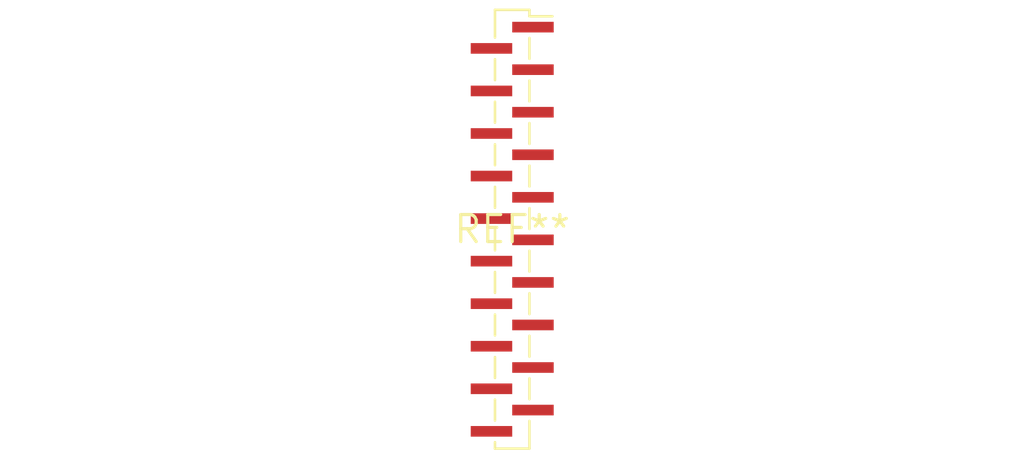
<source format=kicad_pcb>
(kicad_pcb (version 20240108) (generator pcbnew)
  (layers (0 "F.Cu" signal) (31 "B.Cu" signal) (34 "B.Paste" user) (35 "F.Paste" user) (36 "B.SilkS" user "B.Silkscreen") (37 "F.SilkS" user "F.Silkscreen") (38 "B.Mask" user) (39 "F.Mask" user) (44 "Edge.Cuts" user))
  (net 0 "")
  (footprint "PinSocket_1x20_P1.00mm_Vertical_SMD_Pin1Right" (layer "F.Cu") (at 0 0)
    (property "Reference" "REF**")
    (property "Value" "PinSocket_1x20_P1.00mm_Vertical_SMD_Pin1Right")
    (fp_line (start -0.81 -10.31) (end -0.81 -9.01) (layer "F.SilkS") (stroke (width 0.12)))
    (fp_line (start -0.81 -10.31) (end 0.81 -10.31) (layer "F.SilkS") (stroke (width 0.12)))
    (fp_line (start -0.81 -7.99) (end -0.81 -7.01) (layer "F.SilkS") (stroke (width 0.12)))
    (fp_line (start -0.81 -5.99) (end -0.81 -5.01) (layer "F.SilkS") (stroke (width 0.12)))
    (fp_line (start -0.81 -3.99) (end -0.81 -3.01) (layer "F.SilkS") (stroke (width 0.12)))
    (fp_line (start -0.81 -1.99) (end -0.81 -1.01) (layer "F.SilkS") (stroke (width 0.12)))
    (fp_line (start -0.81 0.01) (end -0.81 0.99) (layer "F.SilkS") (stroke (width 0.12)))
    (fp_line (start -0.81 2.01) (end -0.81 2.99) (layer "F.SilkS") (stroke (width 0.12)))
    (fp_line (start -0.81 4.01) (end -0.81 4.99) (layer "F.SilkS") (stroke (width 0.12)))
    (fp_line (start -0.81 6.01) (end -0.81 6.99) (layer "F.SilkS") (stroke (width 0.12)))
    (fp_line (start -0.81 8.01) (end -0.81 8.99) (layer "F.SilkS") (stroke (width 0.12)))
    (fp_line (start -0.81 10.01) (end -0.81 10.31) (layer "F.SilkS") (stroke (width 0.12)))
    (fp_line (start -0.81 10.31) (end 0.81 10.31) (layer "F.SilkS") (stroke (width 0.12)))
    (fp_line (start 0.81 -10.31) (end 0.81 -10.01) (layer "F.SilkS") (stroke (width 0.12)))
    (fp_line (start 0.81 -10.01) (end 1.89 -10.01) (layer "F.SilkS") (stroke (width 0.12)))
    (fp_line (start 0.81 -8.99) (end 0.81 -8.01) (layer "F.SilkS") (stroke (width 0.12)))
    (fp_line (start 0.81 -6.99) (end 0.81 -6.01) (layer "F.SilkS") (stroke (width 0.12)))
    (fp_line (start 0.81 -4.99) (end 0.81 -4.01) (layer "F.SilkS") (stroke (width 0.12)))
    (fp_line (start 0.81 -2.99) (end 0.81 -2.01) (layer "F.SilkS") (stroke (width 0.12)))
    (fp_line (start 0.81 -0.99) (end 0.81 -0.01) (layer "F.SilkS") (stroke (width 0.12)))
    (fp_line (start 0.81 1.01) (end 0.81 1.99) (layer "F.SilkS") (stroke (width 0.12)))
    (fp_line (start 0.81 3.01) (end 0.81 3.99) (layer "F.SilkS") (stroke (width 0.12)))
    (fp_line (start 0.81 5.01) (end 0.81 5.99) (layer "F.SilkS") (stroke (width 0.12)))
    (fp_line (start 0.81 7.01) (end 0.81 7.99) (layer "F.SilkS") (stroke (width 0.12)))
    (fp_line (start 0.81 9.01) (end 0.81 10.31) (layer "F.SilkS") (stroke (width 0.12)))
    (pad "1" smd rect (at 0.975 -9.5) (size 1.95 0.5) (layers "F.Cu" "F.Paste" "F.Mask"))
    (pad "2" smd rect (at -0.975 -8.5) (size 1.95 0.5) (layers "F.Cu" "F.Paste" "F.Mask"))
    (pad "3" smd rect (at 0.975 -7.5) (size 1.95 0.5) (layers "F.Cu" "F.Paste" "F.Mask"))
    (pad "4" smd rect (at -0.975 -6.5) (size 1.95 0.5) (layers "F.Cu" "F.Paste" "F.Mask"))
    (pad "5" smd rect (at 0.975 -5.5) (size 1.95 0.5) (layers "F.Cu" "F.Paste" "F.Mask"))
    (pad "6" smd rect (at -0.975 -4.5) (size 1.95 0.5) (layers "F.Cu" "F.Paste" "F.Mask"))
    (pad "7" smd rect (at 0.975 -3.5) (size 1.95 0.5) (layers "F.Cu" "F.Paste" "F.Mask"))
    (pad "8" smd rect (at -0.975 -2.5) (size 1.95 0.5) (layers "F.Cu" "F.Paste" "F.Mask"))
    (pad "9" smd rect (at 0.975 -1.5) (size 1.95 0.5) (layers "F.Cu" "F.Paste" "F.Mask"))
    (pad "10" smd rect (at -0.975 -0.5) (size 1.95 0.5) (layers "F.Cu" "F.Paste" "F.Mask"))
    (pad "11" smd rect (at 0.975 0.5) (size 1.95 0.5) (layers "F.Cu" "F.Paste" "F.Mask"))
    (pad "12" smd rect (at -0.975 1.5) (size 1.95 0.5) (layers "F.Cu" "F.Paste" "F.Mask"))
    (pad "13" smd rect (at 0.975 2.5) (size 1.95 0.5) (layers "F.Cu" "F.Paste" "F.Mask"))
    (pad "14" smd rect (at -0.975 3.5) (size 1.95 0.5) (layers "F.Cu" "F.Paste" "F.Mask"))
    (pad "15" smd rect (at 0.975 4.5) (size 1.95 0.5) (layers "F.Cu" "F.Paste" "F.Mask"))
    (pad "16" smd rect (at -0.975 5.5) (size 1.95 0.5) (layers "F.Cu" "F.Paste" "F.Mask"))
    (pad "17" smd rect (at 0.975 6.5) (size 1.95 0.5) (layers "F.Cu" "F.Paste" "F.Mask"))
    (pad "18" smd rect (at -0.975 7.5) (size 1.95 0.5) (layers "F.Cu" "F.Paste" "F.Mask"))
    (pad "19" smd rect (at 0.975 8.5) (size 1.95 0.5) (layers "F.Cu" "F.Paste" "F.Mask"))
    (pad "20" smd rect (at -0.975 9.5) (size 1.95 0.5) (layers "F.Cu" "F.Paste" "F.Mask"))
  )
)
</source>
